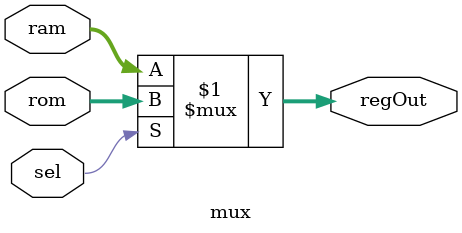
<source format=v>
module mux #(parameter WIDTH = 32)(input [WIDTH-1:0] ram, rom, 
input sel,
output [WIDTH-1:0] regOut);

assign regOut = sel ? rom : ram;

endmodule 
</source>
